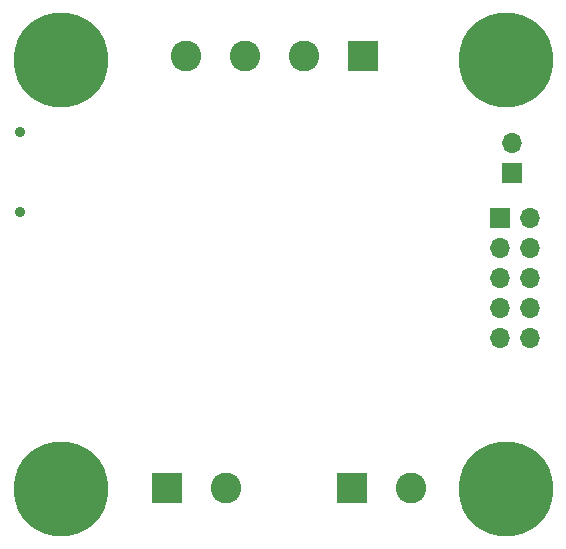
<source format=gbr>
%TF.GenerationSoftware,KiCad,Pcbnew,7.0.7*%
%TF.CreationDate,2024-03-24T23:16:10-05:00*%
%TF.ProjectId,lsm6dsoxCANEnabled,6c736d36-6473-46f7-9843-414e456e6162,rev?*%
%TF.SameCoordinates,Original*%
%TF.FileFunction,Soldermask,Bot*%
%TF.FilePolarity,Negative*%
%FSLAX46Y46*%
G04 Gerber Fmt 4.6, Leading zero omitted, Abs format (unit mm)*
G04 Created by KiCad (PCBNEW 7.0.7) date 2024-03-24 23:16:10*
%MOMM*%
%LPD*%
G01*
G04 APERTURE LIST*
%ADD10R,1.700000X1.700000*%
%ADD11O,1.700000X1.700000*%
%ADD12R,2.600000X2.600000*%
%ADD13C,2.600000*%
%ADD14C,0.900000*%
%ADD15C,8.000000*%
G04 APERTURE END LIST*
D10*
%TO.C,J4*%
X97210000Y-38730000D03*
D11*
X99750000Y-38730000D03*
X97210000Y-41270000D03*
X99750000Y-41270000D03*
X97210000Y-43810000D03*
X99750000Y-43810000D03*
X97210000Y-46350000D03*
X99750000Y-46350000D03*
X97210000Y-48890000D03*
X99750000Y-48890000D03*
%TD*%
D12*
%TO.C,J3*%
X84700000Y-61600000D03*
D13*
X89700000Y-61600000D03*
%TD*%
D12*
%TO.C,J2*%
X69000000Y-61600000D03*
D13*
X74000000Y-61600000D03*
%TD*%
D14*
%TO.C,H2*%
X57028680Y-61671320D03*
X57907360Y-59550000D03*
X57907360Y-63792640D03*
X60028680Y-58671320D03*
D15*
X60028680Y-61671320D03*
D14*
X60028680Y-64671320D03*
X62150000Y-59550000D03*
X62150000Y-63792640D03*
X63028680Y-61671320D03*
%TD*%
%TO.C,H1*%
X57028680Y-25421320D03*
X57907360Y-23300000D03*
X57907360Y-27542640D03*
X60028680Y-22421320D03*
D15*
X60028680Y-25421320D03*
D14*
X60028680Y-28421320D03*
X62150000Y-23300000D03*
X62150000Y-27542640D03*
X63028680Y-25421320D03*
%TD*%
D12*
%TO.C,J5*%
X85600000Y-25045000D03*
D13*
X80600000Y-25045000D03*
X75600000Y-25045000D03*
X70600000Y-25045000D03*
%TD*%
D14*
%TO.C,H4*%
X94698680Y-61681320D03*
X95577360Y-59560000D03*
X95577360Y-63802640D03*
X97698680Y-58681320D03*
D15*
X97698680Y-61681320D03*
D14*
X97698680Y-64681320D03*
X99820000Y-59560000D03*
X99820000Y-63802640D03*
X100698680Y-61681320D03*
%TD*%
%TO.C,H3*%
X94718680Y-25421320D03*
X95597360Y-23300000D03*
X95597360Y-27542640D03*
X97718680Y-22421320D03*
D15*
X97718680Y-25421320D03*
D14*
X97718680Y-28421320D03*
X99840000Y-23300000D03*
X99840000Y-27542640D03*
X100718680Y-25421320D03*
%TD*%
%TO.C,SW2*%
X56600000Y-31450000D03*
X56600000Y-38250000D03*
%TD*%
D10*
%TO.C,J1*%
X98200000Y-34925000D03*
D11*
X98200000Y-32385000D03*
%TD*%
M02*

</source>
